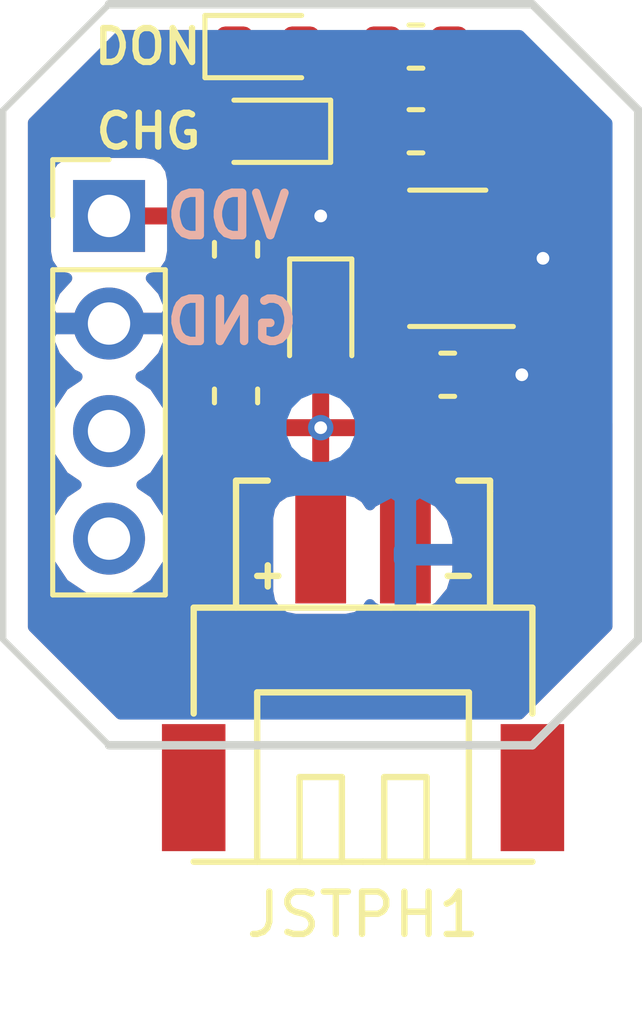
<source format=kicad_pcb>
(kicad_pcb (version 20171130) (host pcbnew "(5.0.0-3-g5ebb6b6)")

  (general
    (thickness 1.6)
    (drawings 12)
    (tracks 40)
    (zones 0)
    (modules 11)
    (nets 10)
  )

  (page A4)
  (layers
    (0 F.Cu signal)
    (31 B.Cu signal)
    (32 B.Adhes user)
    (33 F.Adhes user)
    (34 B.Paste user)
    (35 F.Paste user)
    (36 B.SilkS user)
    (37 F.SilkS user)
    (38 B.Mask user)
    (39 F.Mask user)
    (40 Dwgs.User user)
    (41 Cmts.User user)
    (42 Eco1.User user)
    (43 Eco2.User user)
    (44 Edge.Cuts user)
    (45 Margin user)
    (46 B.CrtYd user)
    (47 F.CrtYd user)
    (48 B.Fab user)
    (49 F.Fab user)
  )

  (setup
    (last_trace_width 0.4)
    (user_trace_width 0.4)
    (trace_clearance 0.254)
    (zone_clearance 0.508)
    (zone_45_only no)
    (trace_min 0.2)
    (segment_width 0.2)
    (edge_width 0.15)
    (via_size 0.6)
    (via_drill 0.3)
    (via_min_size 0.4)
    (via_min_drill 0.3)
    (uvia_size 0.3)
    (uvia_drill 0.1)
    (uvias_allowed no)
    (uvia_min_size 0.2)
    (uvia_min_drill 0.1)
    (pcb_text_width 0.3)
    (pcb_text_size 1.5 1.5)
    (mod_edge_width 0.15)
    (mod_text_size 1 1)
    (mod_text_width 0.15)
    (pad_size 1.524 1.524)
    (pad_drill 0.762)
    (pad_to_mask_clearance 0.2)
    (aux_axis_origin 0 0)
    (visible_elements FFFFFF7F)
    (pcbplotparams
      (layerselection 0x010fc_ffffffff)
      (usegerberextensions false)
      (usegerberattributes false)
      (usegerberadvancedattributes false)
      (creategerberjobfile false)
      (excludeedgelayer true)
      (linewidth 0.100000)
      (plotframeref false)
      (viasonmask false)
      (mode 1)
      (useauxorigin false)
      (hpglpennumber 1)
      (hpglpenspeed 20)
      (hpglpendiameter 15.000000)
      (psnegative false)
      (psa4output false)
      (plotreference true)
      (plotvalue true)
      (plotinvisibletext false)
      (padsonsilk false)
      (subtractmaskfromsilk false)
      (outputformat 1)
      (mirror false)
      (drillshape 1)
      (scaleselection 1)
      (outputdirectory ""))
  )

  (net 0 "")
  (net 1 GND)
  (net 2 VDD)
  (net 3 VBAT)
  (net 4 RX)
  (net 5 TX)
  (net 6 STAT)
  (net 7 PROG)
  (net 8 "Net-(D2-Pad1)")
  (net 9 "Net-(D3-Pad2)")

  (net_class Default "This is the default net class."
    (clearance 0.254)
    (trace_width 0.254)
    (via_dia 0.6)
    (via_drill 0.3)
    (uvia_dia 0.3)
    (uvia_drill 0.1)
    (add_net GND)
    (add_net "Net-(D2-Pad1)")
    (add_net "Net-(D3-Pad2)")
    (add_net PROG)
    (add_net RX)
    (add_net STAT)
    (add_net TX)
    (add_net VBAT)
    (add_net VDD)
  )

  (module Capacitor_SMD:C_0603_1608Metric (layer F.Cu) (tedit 5E4B8CCF) (tstamp 5E4B89DA)
    (at 103 100.7875 90)
    (descr "Capacitor SMD 0603 (1608 Metric), square (rectangular) end terminal, IPC_7351 nominal, (Body size source: http://www.tortai-tech.com/upload/download/2011102023233369053.pdf), generated with kicad-footprint-generator")
    (tags capacitor)
    (path /5E4B72EC)
    (attr smd)
    (fp_text reference C1 (at -2.4625 0 270) (layer F.SilkS) hide
      (effects (font (size 1 1) (thickness 0.15)))
    )
    (fp_text value 10uF (at 0 1.43 90) (layer F.Fab) hide
      (effects (font (size 1 1) (thickness 0.15)))
    )
    (fp_line (start -0.8 0.4) (end -0.8 -0.4) (layer F.Fab) (width 0.1))
    (fp_line (start -0.8 -0.4) (end 0.8 -0.4) (layer F.Fab) (width 0.1))
    (fp_line (start 0.8 -0.4) (end 0.8 0.4) (layer F.Fab) (width 0.1))
    (fp_line (start 0.8 0.4) (end -0.8 0.4) (layer F.Fab) (width 0.1))
    (fp_line (start -0.162779 -0.51) (end 0.162779 -0.51) (layer F.SilkS) (width 0.12))
    (fp_line (start -0.162779 0.51) (end 0.162779 0.51) (layer F.SilkS) (width 0.12))
    (fp_line (start -1.48 0.73) (end -1.48 -0.73) (layer F.CrtYd) (width 0.05))
    (fp_line (start -1.48 -0.73) (end 1.48 -0.73) (layer F.CrtYd) (width 0.05))
    (fp_line (start 1.48 -0.73) (end 1.48 0.73) (layer F.CrtYd) (width 0.05))
    (fp_line (start 1.48 0.73) (end -1.48 0.73) (layer F.CrtYd) (width 0.05))
    (fp_text user %R (at 0 0 90) (layer F.Fab)
      (effects (font (size 0.4 0.4) (thickness 0.06)))
    )
    (pad 1 smd roundrect (at -0.7875 0 90) (size 0.875 0.95) (layers F.Cu F.Paste F.Mask) (roundrect_rratio 0.25)
      (net 1 GND))
    (pad 2 smd roundrect (at 0.7875 0 90) (size 0.875 0.95) (layers F.Cu F.Paste F.Mask) (roundrect_rratio 0.25)
      (net 2 VDD))
    (model ${KISYS3DMOD}/Capacitor_SMD.3dshapes/C_0603_1608Metric.wrl
      (at (xyz 0 0 0))
      (scale (xyz 1 1 1))
      (rotate (xyz 0 0 0))
    )
  )

  (module Capacitor_SMD:C_0603_1608Metric (layer F.Cu) (tedit 5E4B8CC5) (tstamp 5E4B99A4)
    (at 103 104.25 90)
    (descr "Capacitor SMD 0603 (1608 Metric), square (rectangular) end terminal, IPC_7351 nominal, (Body size source: http://www.tortai-tech.com/upload/download/2011102023233369053.pdf), generated with kicad-footprint-generator")
    (tags capacitor)
    (path /5E4B7CFC)
    (attr smd)
    (fp_text reference C2 (at 0 -1.43 90) (layer F.SilkS) hide
      (effects (font (size 1 1) (thickness 0.15)))
    )
    (fp_text value 10uF (at 0 1.43 90) (layer F.Fab) hide
      (effects (font (size 1 1) (thickness 0.15)))
    )
    (fp_text user %R (at 0 0 90) (layer F.Fab)
      (effects (font (size 0.4 0.4) (thickness 0.06)))
    )
    (fp_line (start 1.48 0.73) (end -1.48 0.73) (layer F.CrtYd) (width 0.05))
    (fp_line (start 1.48 -0.73) (end 1.48 0.73) (layer F.CrtYd) (width 0.05))
    (fp_line (start -1.48 -0.73) (end 1.48 -0.73) (layer F.CrtYd) (width 0.05))
    (fp_line (start -1.48 0.73) (end -1.48 -0.73) (layer F.CrtYd) (width 0.05))
    (fp_line (start -0.162779 0.51) (end 0.162779 0.51) (layer F.SilkS) (width 0.12))
    (fp_line (start -0.162779 -0.51) (end 0.162779 -0.51) (layer F.SilkS) (width 0.12))
    (fp_line (start 0.8 0.4) (end -0.8 0.4) (layer F.Fab) (width 0.1))
    (fp_line (start 0.8 -0.4) (end 0.8 0.4) (layer F.Fab) (width 0.1))
    (fp_line (start -0.8 -0.4) (end 0.8 -0.4) (layer F.Fab) (width 0.1))
    (fp_line (start -0.8 0.4) (end -0.8 -0.4) (layer F.Fab) (width 0.1))
    (pad 2 smd roundrect (at 0.7875 0 90) (size 0.875 0.95) (layers F.Cu F.Paste F.Mask) (roundrect_rratio 0.25)
      (net 1 GND))
    (pad 1 smd roundrect (at -0.7875 0 90) (size 0.875 0.95) (layers F.Cu F.Paste F.Mask) (roundrect_rratio 0.25)
      (net 3 VBAT))
    (model ${KISYS3DMOD}/Capacitor_SMD.3dshapes/C_0603_1608Metric.wrl
      (at (xyz 0 0 0))
      (scale (xyz 1 1 1))
      (rotate (xyz 0 0 0))
    )
  )

  (module Package_TO_SOT_SMD:SOT-23-5 (layer F.Cu) (tedit 5E4B8CBD) (tstamp 5E57AB9A)
    (at 108 101 180)
    (descr "5-pin SOT23 package")
    (tags SOT-23-5)
    (path /5E4B705D)
    (attr smd)
    (fp_text reference CGU1 (at 0 -2.9 180) (layer F.SilkS) hide
      (effects (font (size 1 1) (thickness 0.15)))
    )
    (fp_text value MCP73831-2-OT (at 0 2.9 180) (layer F.Fab) hide
      (effects (font (size 1 1) (thickness 0.15)))
    )
    (fp_text user %R (at 0 0 270) (layer F.Fab)
      (effects (font (size 0.5 0.5) (thickness 0.075)))
    )
    (fp_line (start -0.9 1.61) (end 0.9 1.61) (layer F.SilkS) (width 0.12))
    (fp_line (start 0.9 -1.61) (end -1.55 -1.61) (layer F.SilkS) (width 0.12))
    (fp_line (start -1.9 -1.8) (end 1.9 -1.8) (layer F.CrtYd) (width 0.05))
    (fp_line (start 1.9 -1.8) (end 1.9 1.8) (layer F.CrtYd) (width 0.05))
    (fp_line (start 1.9 1.8) (end -1.9 1.8) (layer F.CrtYd) (width 0.05))
    (fp_line (start -1.9 1.8) (end -1.9 -1.8) (layer F.CrtYd) (width 0.05))
    (fp_line (start -0.9 -0.9) (end -0.25 -1.55) (layer F.Fab) (width 0.1))
    (fp_line (start 0.9 -1.55) (end -0.25 -1.55) (layer F.Fab) (width 0.1))
    (fp_line (start -0.9 -0.9) (end -0.9 1.55) (layer F.Fab) (width 0.1))
    (fp_line (start 0.9 1.55) (end -0.9 1.55) (layer F.Fab) (width 0.1))
    (fp_line (start 0.9 -1.55) (end 0.9 1.55) (layer F.Fab) (width 0.1))
    (pad 1 smd rect (at -1.1 -0.95 180) (size 1.06 0.65) (layers F.Cu F.Paste F.Mask)
      (net 6 STAT))
    (pad 2 smd rect (at -1.1 0 180) (size 1.06 0.65) (layers F.Cu F.Paste F.Mask)
      (net 1 GND))
    (pad 3 smd rect (at -1.1 0.95 180) (size 1.06 0.65) (layers F.Cu F.Paste F.Mask)
      (net 3 VBAT))
    (pad 4 smd rect (at 1.1 0.95 180) (size 1.06 0.65) (layers F.Cu F.Paste F.Mask)
      (net 2 VDD))
    (pad 5 smd rect (at 1.1 -0.95 180) (size 1.06 0.65) (layers F.Cu F.Paste F.Mask)
      (net 7 PROG))
    (model ${KISYS3DMOD}/Package_TO_SOT_SMD.3dshapes/SOT-23-5.wrl
      (at (xyz 0 0 0))
      (scale (xyz 1 1 1))
      (rotate (xyz 0 0 0))
    )
  )

  (module LED_SMD:LED_0603_1608Metric (layer F.Cu) (tedit 5E4B8832) (tstamp 5E4BEDF3)
    (at 103.75 98 180)
    (descr "LED SMD 0603 (1608 Metric), square (rectangular) end terminal, IPC_7351 nominal, (Body size source: http://www.tortai-tech.com/upload/download/2011102023233369053.pdf), generated with kicad-footprint-generator")
    (tags diode)
    (path /5E4B8767)
    (attr smd)
    (fp_text reference D2 (at 0 -1.43 180) (layer F.SilkS) hide
      (effects (font (size 1 1) (thickness 0.15)))
    )
    (fp_text value CHG (at -3.5 0 180) (layer F.Fab) hide
      (effects (font (size 1 1) (thickness 0.15)))
    )
    (fp_text user %R (at 0 0 180) (layer F.Fab)
      (effects (font (size 0.4 0.4) (thickness 0.06)))
    )
    (fp_line (start 1.48 0.73) (end -1.48 0.73) (layer F.CrtYd) (width 0.05))
    (fp_line (start 1.48 -0.73) (end 1.48 0.73) (layer F.CrtYd) (width 0.05))
    (fp_line (start -1.48 -0.73) (end 1.48 -0.73) (layer F.CrtYd) (width 0.05))
    (fp_line (start -1.48 0.73) (end -1.48 -0.73) (layer F.CrtYd) (width 0.05))
    (fp_line (start -1.485 0.735) (end 0.8 0.735) (layer F.SilkS) (width 0.12))
    (fp_line (start -1.485 -0.735) (end -1.485 0.735) (layer F.SilkS) (width 0.12))
    (fp_line (start 0.8 -0.735) (end -1.485 -0.735) (layer F.SilkS) (width 0.12))
    (fp_line (start 0.8 0.4) (end 0.8 -0.4) (layer F.Fab) (width 0.1))
    (fp_line (start -0.8 0.4) (end 0.8 0.4) (layer F.Fab) (width 0.1))
    (fp_line (start -0.8 -0.1) (end -0.8 0.4) (layer F.Fab) (width 0.1))
    (fp_line (start -0.5 -0.4) (end -0.8 -0.1) (layer F.Fab) (width 0.1))
    (fp_line (start 0.8 -0.4) (end -0.5 -0.4) (layer F.Fab) (width 0.1))
    (pad 2 smd roundrect (at 0.7875 0 180) (size 0.875 0.95) (layers F.Cu F.Paste F.Mask) (roundrect_rratio 0.25)
      (net 2 VDD))
    (pad 1 smd roundrect (at -0.7875 0 180) (size 0.875 0.95) (layers F.Cu F.Paste F.Mask) (roundrect_rratio 0.25)
      (net 8 "Net-(D2-Pad1)"))
    (model ${KISYS3DMOD}/LED_SMD.3dshapes/LED_0603_1608Metric.wrl
      (at (xyz 0 0 0))
      (scale (xyz 1 1 1))
      (rotate (xyz 0 0 0))
    )
  )

  (module Connector_PinHeader_2.54mm:PinHeader_1x04_P2.54mm_Vertical (layer F.Cu) (tedit 5E4B85BA) (tstamp 5E57ABD8)
    (at 100 100)
    (descr "Through hole straight pin header, 1x04, 2.54mm pitch, single row")
    (tags "Through hole pin header THT 1x04 2.54mm single row")
    (path /5E4B7A25)
    (fp_text reference J1 (at 0 -2.33) (layer F.SilkS) hide
      (effects (font (size 1 1) (thickness 0.15)))
    )
    (fp_text value Conn_01x04 (at 0 9.95) (layer F.Fab) hide
      (effects (font (size 1 1) (thickness 0.15)))
    )
    (fp_line (start -0.635 -1.27) (end 1.27 -1.27) (layer F.Fab) (width 0.1))
    (fp_line (start 1.27 -1.27) (end 1.27 8.89) (layer F.Fab) (width 0.1))
    (fp_line (start 1.27 8.89) (end -1.27 8.89) (layer F.Fab) (width 0.1))
    (fp_line (start -1.27 8.89) (end -1.27 -0.635) (layer F.Fab) (width 0.1))
    (fp_line (start -1.27 -0.635) (end -0.635 -1.27) (layer F.Fab) (width 0.1))
    (fp_line (start -1.33 8.95) (end 1.33 8.95) (layer F.SilkS) (width 0.12))
    (fp_line (start -1.33 1.27) (end -1.33 8.95) (layer F.SilkS) (width 0.12))
    (fp_line (start 1.33 1.27) (end 1.33 8.95) (layer F.SilkS) (width 0.12))
    (fp_line (start -1.33 1.27) (end 1.33 1.27) (layer F.SilkS) (width 0.12))
    (fp_line (start -1.33 0) (end -1.33 -1.33) (layer F.SilkS) (width 0.12))
    (fp_line (start -1.33 -1.33) (end 0 -1.33) (layer F.SilkS) (width 0.12))
    (fp_line (start -1.8 -1.8) (end -1.8 9.4) (layer F.CrtYd) (width 0.05))
    (fp_line (start -1.8 9.4) (end 1.8 9.4) (layer F.CrtYd) (width 0.05))
    (fp_line (start 1.8 9.4) (end 1.8 -1.8) (layer F.CrtYd) (width 0.05))
    (fp_line (start 1.8 -1.8) (end -1.8 -1.8) (layer F.CrtYd) (width 0.05))
    (fp_text user %R (at 0 3.81 90) (layer F.Fab)
      (effects (font (size 1 1) (thickness 0.15)))
    )
    (pad 1 thru_hole rect (at 0 0) (size 1.7 1.7) (drill 1) (layers *.Cu *.Mask)
      (net 2 VDD))
    (pad 2 thru_hole oval (at 0 2.54) (size 1.7 1.7) (drill 1) (layers *.Cu *.Mask)
      (net 1 GND))
    (pad 3 thru_hole oval (at 0 5.08) (size 1.7 1.7) (drill 1) (layers *.Cu *.Mask)
      (net 4 RX))
    (pad 4 thru_hole oval (at 0 7.62) (size 1.7 1.7) (drill 1) (layers *.Cu *.Mask)
      (net 5 TX))
    (model ${KISYS3DMOD}/Connector_PinHeader_2.54mm.3dshapes/PinHeader_1x04_P2.54mm_Vertical.wrl
      (at (xyz 0 0 0))
      (scale (xyz 1 1 1))
      (rotate (xyz 0 0 0))
    )
  )

  (module Resistor_SMD:R_0603_1608Metric (layer F.Cu) (tedit 5E4B8AF6) (tstamp 5E57AC18)
    (at 107.25 98 180)
    (descr "Resistor SMD 0603 (1608 Metric), square (rectangular) end terminal, IPC_7351 nominal, (Body size source: http://www.tortai-tech.com/upload/download/2011102023233369053.pdf), generated with kicad-footprint-generator")
    (tags resistor)
    (path /5E4B896E)
    (attr smd)
    (fp_text reference R2 (at -2.5 0 180) (layer F.SilkS) hide
      (effects (font (size 1 1) (thickness 0.15)))
    )
    (fp_text value 1k (at 0 1.43 180) (layer F.Fab) hide
      (effects (font (size 1 1) (thickness 0.15)))
    )
    (fp_line (start -0.8 0.4) (end -0.8 -0.4) (layer F.Fab) (width 0.1))
    (fp_line (start -0.8 -0.4) (end 0.8 -0.4) (layer F.Fab) (width 0.1))
    (fp_line (start 0.8 -0.4) (end 0.8 0.4) (layer F.Fab) (width 0.1))
    (fp_line (start 0.8 0.4) (end -0.8 0.4) (layer F.Fab) (width 0.1))
    (fp_line (start -0.162779 -0.51) (end 0.162779 -0.51) (layer F.SilkS) (width 0.12))
    (fp_line (start -0.162779 0.51) (end 0.162779 0.51) (layer F.SilkS) (width 0.12))
    (fp_line (start -1.48 0.73) (end -1.48 -0.73) (layer F.CrtYd) (width 0.05))
    (fp_line (start -1.48 -0.73) (end 1.48 -0.73) (layer F.CrtYd) (width 0.05))
    (fp_line (start 1.48 -0.73) (end 1.48 0.73) (layer F.CrtYd) (width 0.05))
    (fp_line (start 1.48 0.73) (end -1.48 0.73) (layer F.CrtYd) (width 0.05))
    (fp_text user %R (at 0 0 180) (layer F.Fab)
      (effects (font (size 0.4 0.4) (thickness 0.06)))
    )
    (pad 1 smd roundrect (at -0.7875 0 180) (size 0.875 0.95) (layers F.Cu F.Paste F.Mask) (roundrect_rratio 0.25)
      (net 6 STAT))
    (pad 2 smd roundrect (at 0.7875 0 180) (size 0.875 0.95) (layers F.Cu F.Paste F.Mask) (roundrect_rratio 0.25)
      (net 8 "Net-(D2-Pad1)"))
    (model ${KISYS3DMOD}/Resistor_SMD.3dshapes/R_0603_1608Metric.wrl
      (at (xyz 0 0 0))
      (scale (xyz 1 1 1))
      (rotate (xyz 0 0 0))
    )
  )

  (module Resistor_SMD:R_0603_1608Metric (layer F.Cu) (tedit 5E4B8AEF) (tstamp 5E57AC29)
    (at 107.25 96 180)
    (descr "Resistor SMD 0603 (1608 Metric), square (rectangular) end terminal, IPC_7351 nominal, (Body size source: http://www.tortai-tech.com/upload/download/2011102023233369053.pdf), generated with kicad-footprint-generator")
    (tags resistor)
    (path /5E4B915B)
    (attr smd)
    (fp_text reference R3 (at -2.5 0 180) (layer F.SilkS) hide
      (effects (font (size 1 1) (thickness 0.15)))
    )
    (fp_text value 1k (at 0 1.43 180) (layer F.Fab) hide
      (effects (font (size 1 1) (thickness 0.15)))
    )
    (fp_text user %R (at 0 0 180) (layer F.Fab)
      (effects (font (size 0.4 0.4) (thickness 0.06)))
    )
    (fp_line (start 1.48 0.73) (end -1.48 0.73) (layer F.CrtYd) (width 0.05))
    (fp_line (start 1.48 -0.73) (end 1.48 0.73) (layer F.CrtYd) (width 0.05))
    (fp_line (start -1.48 -0.73) (end 1.48 -0.73) (layer F.CrtYd) (width 0.05))
    (fp_line (start -1.48 0.73) (end -1.48 -0.73) (layer F.CrtYd) (width 0.05))
    (fp_line (start -0.162779 0.51) (end 0.162779 0.51) (layer F.SilkS) (width 0.12))
    (fp_line (start -0.162779 -0.51) (end 0.162779 -0.51) (layer F.SilkS) (width 0.12))
    (fp_line (start 0.8 0.4) (end -0.8 0.4) (layer F.Fab) (width 0.1))
    (fp_line (start 0.8 -0.4) (end 0.8 0.4) (layer F.Fab) (width 0.1))
    (fp_line (start -0.8 -0.4) (end 0.8 -0.4) (layer F.Fab) (width 0.1))
    (fp_line (start -0.8 0.4) (end -0.8 -0.4) (layer F.Fab) (width 0.1))
    (pad 2 smd roundrect (at 0.7875 0 180) (size 0.875 0.95) (layers F.Cu F.Paste F.Mask) (roundrect_rratio 0.25)
      (net 9 "Net-(D3-Pad2)"))
    (pad 1 smd roundrect (at -0.7875 0 180) (size 0.875 0.95) (layers F.Cu F.Paste F.Mask) (roundrect_rratio 0.25)
      (net 6 STAT))
    (model ${KISYS3DMOD}/Resistor_SMD.3dshapes/R_0603_1608Metric.wrl
      (at (xyz 0 0 0))
      (scale (xyz 1 1 1))
      (rotate (xyz 0 0 0))
    )
  )

  (module Resistor_SMD:R_0603_1608Metric (layer F.Cu) (tedit 5E4B8C5B) (tstamp 5E57AC3A)
    (at 108 103.75 180)
    (descr "Resistor SMD 0603 (1608 Metric), square (rectangular) end terminal, IPC_7351 nominal, (Body size source: http://www.tortai-tech.com/upload/download/2011102023233369053.pdf), generated with kicad-footprint-generator")
    (tags resistor)
    (path /5E4BA9FB)
    (attr smd)
    (fp_text reference RREF1 (at -3.75 0 180) (layer F.SilkS) hide
      (effects (font (size 1 1) (thickness 0.15)))
    )
    (fp_text value 5k (at 2.5 0) (layer F.Fab)
      (effects (font (size 1 1) (thickness 0.15)))
    )
    (fp_line (start -0.8 0.4) (end -0.8 -0.4) (layer F.Fab) (width 0.1))
    (fp_line (start -0.8 -0.4) (end 0.8 -0.4) (layer F.Fab) (width 0.1))
    (fp_line (start 0.8 -0.4) (end 0.8 0.4) (layer F.Fab) (width 0.1))
    (fp_line (start 0.8 0.4) (end -0.8 0.4) (layer F.Fab) (width 0.1))
    (fp_line (start -0.162779 -0.51) (end 0.162779 -0.51) (layer F.SilkS) (width 0.12))
    (fp_line (start -0.162779 0.51) (end 0.162779 0.51) (layer F.SilkS) (width 0.12))
    (fp_line (start -1.48 0.73) (end -1.48 -0.73) (layer F.CrtYd) (width 0.05))
    (fp_line (start -1.48 -0.73) (end 1.48 -0.73) (layer F.CrtYd) (width 0.05))
    (fp_line (start 1.48 -0.73) (end 1.48 0.73) (layer F.CrtYd) (width 0.05))
    (fp_line (start 1.48 0.73) (end -1.48 0.73) (layer F.CrtYd) (width 0.05))
    (fp_text user %R (at 0 0 180) (layer F.Fab)
      (effects (font (size 0.4 0.4) (thickness 0.06)))
    )
    (pad 1 smd roundrect (at -0.7875 0 180) (size 0.875 0.95) (layers F.Cu F.Paste F.Mask) (roundrect_rratio 0.25)
      (net 1 GND))
    (pad 2 smd roundrect (at 0.7875 0 180) (size 0.875 0.95) (layers F.Cu F.Paste F.Mask) (roundrect_rratio 0.25)
      (net 7 PROG))
    (model ${KISYS3DMOD}/Resistor_SMD.3dshapes/R_0603_1608Metric.wrl
      (at (xyz 0 0 0))
      (scale (xyz 1 1 1))
      (rotate (xyz 0 0 0))
    )
  )

  (module Diode_SMD:D_0603_1608Metric (layer F.Cu) (tedit 5E4B9FE9) (tstamp 5E57EA46)
    (at 105 102.5 270)
    (descr "Diode SMD 0603 (1608 Metric), square (rectangular) end terminal, IPC_7351 nominal, (Body size source: http://www.tortai-tech.com/upload/download/2011102023233369053.pdf), generated with kicad-footprint-generator")
    (tags diode)
    (path /5E4BA0EB)
    (attr smd)
    (fp_text reference D1 (at 0 -1.43 270) (layer F.SilkS) hide
      (effects (font (size 1 1) (thickness 0.15)))
    )
    (fp_text value D (at 0 1.43 270) (layer F.Fab) hide
      (effects (font (size 1 1) (thickness 0.15)))
    )
    (fp_text user %R (at 0 0 270) (layer F.Fab)
      (effects (font (size 0.4 0.4) (thickness 0.06)))
    )
    (fp_line (start 1.48 0.73) (end -1.48 0.73) (layer F.CrtYd) (width 0.05))
    (fp_line (start 1.48 -0.73) (end 1.48 0.73) (layer F.CrtYd) (width 0.05))
    (fp_line (start -1.48 -0.73) (end 1.48 -0.73) (layer F.CrtYd) (width 0.05))
    (fp_line (start -1.48 0.73) (end -1.48 -0.73) (layer F.CrtYd) (width 0.05))
    (fp_line (start -1.485 0.735) (end 0.8 0.735) (layer F.SilkS) (width 0.12))
    (fp_line (start -1.485 -0.735) (end -1.485 0.735) (layer F.SilkS) (width 0.12))
    (fp_line (start 0.8 -0.735) (end -1.485 -0.735) (layer F.SilkS) (width 0.12))
    (fp_line (start 0.8 0.4) (end 0.8 -0.4) (layer F.Fab) (width 0.1))
    (fp_line (start -0.8 0.4) (end 0.8 0.4) (layer F.Fab) (width 0.1))
    (fp_line (start -0.8 -0.1) (end -0.8 0.4) (layer F.Fab) (width 0.1))
    (fp_line (start -0.5 -0.4) (end -0.8 -0.1) (layer F.Fab) (width 0.1))
    (fp_line (start 0.8 -0.4) (end -0.5 -0.4) (layer F.Fab) (width 0.1))
    (pad 2 smd roundrect (at 0.7875 0 270) (size 0.875 0.95) (layers F.Cu F.Paste F.Mask) (roundrect_rratio 0.25)
      (net 3 VBAT))
    (pad 1 smd roundrect (at -0.7875 0 270) (size 0.875 0.95) (layers F.Cu F.Paste F.Mask) (roundrect_rratio 0.25)
      (net 2 VDD))
    (model ${KISYS3DMOD}/Diode_SMD.3dshapes/D_0603_1608Metric.wrl
      (at (xyz 0 0 0))
      (scale (xyz 1 1 1))
      (rotate (xyz 0 0 0))
    )
  )

  (module LED_SMD:LED_0603_1608Metric (layer F.Cu) (tedit 5E4B9FD7) (tstamp 5E57DB55)
    (at 103.75 96)
    (descr "LED SMD 0603 (1608 Metric), square (rectangular) end terminal, IPC_7351 nominal, (Body size source: http://www.tortai-tech.com/upload/download/2011102023233369053.pdf), generated with kicad-footprint-generator")
    (tags diode)
    (path /5E4B9154)
    (attr smd)
    (fp_text reference D3 (at 0 -1.43) (layer F.SilkS) hide
      (effects (font (size 1 1) (thickness 0.15)))
    )
    (fp_text value DONE (at 0 1.43) (layer F.Fab) hide
      (effects (font (size 1 1) (thickness 0.15)))
    )
    (fp_line (start 0.8 -0.4) (end -0.5 -0.4) (layer F.Fab) (width 0.1))
    (fp_line (start -0.5 -0.4) (end -0.8 -0.1) (layer F.Fab) (width 0.1))
    (fp_line (start -0.8 -0.1) (end -0.8 0.4) (layer F.Fab) (width 0.1))
    (fp_line (start -0.8 0.4) (end 0.8 0.4) (layer F.Fab) (width 0.1))
    (fp_line (start 0.8 0.4) (end 0.8 -0.4) (layer F.Fab) (width 0.1))
    (fp_line (start 0.8 -0.735) (end -1.485 -0.735) (layer F.SilkS) (width 0.12))
    (fp_line (start -1.485 -0.735) (end -1.485 0.735) (layer F.SilkS) (width 0.12))
    (fp_line (start -1.485 0.735) (end 0.8 0.735) (layer F.SilkS) (width 0.12))
    (fp_line (start -1.48 0.73) (end -1.48 -0.73) (layer F.CrtYd) (width 0.05))
    (fp_line (start -1.48 -0.73) (end 1.48 -0.73) (layer F.CrtYd) (width 0.05))
    (fp_line (start 1.48 -0.73) (end 1.48 0.73) (layer F.CrtYd) (width 0.05))
    (fp_line (start 1.48 0.73) (end -1.48 0.73) (layer F.CrtYd) (width 0.05))
    (fp_text user %R (at 0 0) (layer F.Fab)
      (effects (font (size 0.4 0.4) (thickness 0.06)))
    )
    (pad 1 smd roundrect (at -0.7875 0) (size 0.875 0.95) (layers F.Cu F.Paste F.Mask) (roundrect_rratio 0.25)
      (net 1 GND))
    (pad 2 smd roundrect (at 0.7875 0) (size 0.875 0.95) (layers F.Cu F.Paste F.Mask) (roundrect_rratio 0.25)
      (net 9 "Net-(D3-Pad2)"))
    (model ${KISYS3DMOD}/LED_SMD.3dshapes/LED_0603_1608Metric.wrl
      (at (xyz 0 0 0))
      (scale (xyz 1 1 1))
      (rotate (xyz 0 0 0))
    )
  )

  (module "Custom_Footprint_Library:JST Lipo Header (S2B-PH-SM4-TB)" (layer F.Cu) (tedit 5E4C0E5B) (tstamp 5E93C991)
    (at 106 112.25)
    (path /5E4B78CE)
    (fp_text reference JSTPH1 (at 0 4.25) (layer F.SilkS)
      (effects (font (size 1 1) (thickness 0.15)))
    )
    (fp_text value Conn_01x02 (at 0 6) (layer F.Fab)
      (effects (font (size 1 1) (thickness 0.15)))
    )
    (fp_line (start 0 3) (end -4 3) (layer F.SilkS) (width 0.15))
    (fp_line (start 0 3) (end 4 3) (layer F.SilkS) (width 0.15))
    (fp_line (start -4 -3) (end 4 -3) (layer F.SilkS) (width 0.15))
    (fp_line (start -3 -3) (end -3 -5.75) (layer F.SilkS) (width 0.15))
    (fp_line (start 3 -3) (end 3 -5.75) (layer F.SilkS) (width 0.15))
    (fp_line (start -2.5 -3.75) (end -2 -3.75) (layer F.SilkS) (width 0.15))
    (fp_line (start -2.25 -4) (end -2.25 -3.5) (layer F.SilkS) (width 0.15))
    (fp_line (start 2 -3.75) (end 2.5 -3.75) (layer F.SilkS) (width 0.15))
    (fp_line (start -3 -5.75) (end -3 -6) (layer F.SilkS) (width 0.15))
    (fp_line (start -3 -6) (end -2.25 -6) (layer F.SilkS) (width 0.15))
    (fp_line (start 3 -5.75) (end 3 -6) (layer F.SilkS) (width 0.15))
    (fp_line (start 3 -6) (end 2.25 -6) (layer F.SilkS) (width 0.15))
    (fp_line (start -1.5 3) (end -1.5 1) (layer F.SilkS) (width 0.15))
    (fp_line (start -1.5 1) (end -0.5 1) (layer F.SilkS) (width 0.15))
    (fp_line (start -0.5 1) (end -0.5 3) (layer F.SilkS) (width 0.15))
    (fp_line (start 0.5 3) (end 0.5 1) (layer F.SilkS) (width 0.15))
    (fp_line (start 0.5 1) (end 1.5 1) (layer F.SilkS) (width 0.15))
    (fp_line (start 1.5 1) (end 1.5 3) (layer F.SilkS) (width 0.15))
    (fp_line (start -2.5 3) (end -2.5 -1) (layer F.SilkS) (width 0.15))
    (fp_line (start -2.5 -1) (end 2.5 -1) (layer F.SilkS) (width 0.15))
    (fp_line (start 2.5 -1) (end 2.5 3) (layer F.SilkS) (width 0.15))
    (fp_line (start 4 -3) (end 4 -0.5) (layer F.SilkS) (width 0.15))
    (fp_line (start -4 -3) (end -4 -0.5) (layer F.SilkS) (width 0.15))
    (pad 1 smd rect (at -1 -4.5) (size 1.2 2.8) (layers F.Cu F.Paste F.Mask)
      (net 3 VBAT))
    (pad 2 smd rect (at 1 -4.5) (size 1.2 2.8) (layers F.Cu F.Paste F.Mask)
      (net 1 GND))
    (pad "" connect rect (at -4 1.25) (size 1.5 3) (layers F.Cu F.Mask))
    (pad "" connect rect (at 4 1.25) (size 1.5 3) (layers F.Cu F.Mask))
  )

  (gr_line (start 110 112.5) (end 100 112.5) (layer Edge.Cuts) (width 0.2))
  (gr_line (start 112.5 110) (end 110 112.5) (layer Edge.Cuts) (width 0.2))
  (gr_line (start 112.5 97.5) (end 112.5 110) (layer Edge.Cuts) (width 0.2))
  (gr_line (start 110 95) (end 112.5 97.5) (layer Edge.Cuts) (width 0.2))
  (gr_line (start 100 95) (end 110 95) (layer Edge.Cuts) (width 0.2))
  (gr_line (start 97.5 110) (end 100 112.5) (layer Edge.Cuts) (width 0.15))
  (gr_line (start 97.5 97.5) (end 97.5 110) (layer Edge.Cuts) (width 0.15))
  (gr_line (start 100 95) (end 97.5 97.5) (layer Edge.Cuts) (width 0.15))
  (gr_text GND (at 101.25 102.5) (layer B.SilkS) (tstamp 5E4B923D)
    (effects (font (size 1 1) (thickness 0.2)) (justify right mirror))
  )
  (gr_text VDD (at 101.25 100) (layer B.SilkS) (tstamp 5E4B9347)
    (effects (font (size 1 1) (thickness 0.2)) (justify right mirror))
  )
  (gr_text CHG (at 102.25 98) (layer F.SilkS) (tstamp 5E4B9BB6)
    (effects (font (size 0.8 0.8) (thickness 0.15)) (justify right))
  )
  (gr_text DON (at 102.25 96) (layer F.SilkS)
    (effects (font (size 0.8 0.8) (thickness 0.15)) (justify right))
  )

  (segment (start 109.15 101) (end 109.1 101.05) (width 0.4) (layer F.Cu) (net 1))
  (segment (start 109.1 101) (end 110.25 101) (width 0.254) (layer F.Cu) (net 1))
  (segment (start 109.924264 101) (end 110.25 101) (width 0.254) (layer F.Cu) (net 1))
  (segment (start 110.25 101) (end 109.924264 101) (width 0.254) (layer F.Cu) (net 1) (tstamp 5E4B95E2))
  (via (at 110.25 101) (size 0.6) (drill 0.3) (layers F.Cu B.Cu) (net 1))
  (segment (start 108.7875 103.75) (end 109.75 103.75) (width 0.254) (layer F.Cu) (net 1))
  (segment (start 109.75 103.75) (end 109.75 103.75) (width 0.254) (layer F.Cu) (net 1) (tstamp 5E57ED41))
  (via (at 109.75 103.75) (size 0.6) (drill 0.3) (layers F.Cu B.Cu) (net 1))
  (segment (start 100.0125 99.9875) (end 100 100) (width 0.254) (layer F.Cu) (net 2))
  (segment (start 102.9 98.0125) (end 102.9125 98) (width 0.254) (layer F.Cu) (net 2))
  (segment (start 100 100) (end 103 100) (width 0.4) (layer F.Cu) (net 2))
  (segment (start 102.9625 99.9625) (end 103 100) (width 0.4) (layer F.Cu) (net 2))
  (segment (start 102.9625 98) (end 102.9625 99.9625) (width 0.4) (layer F.Cu) (net 2))
  (segment (start 106.85 100) (end 106.9 100.05) (width 0.4) (layer F.Cu) (net 2))
  (segment (start 103 100) (end 105 100) (width 0.4) (layer F.Cu) (net 2))
  (segment (start 105 100) (end 106.85 100) (width 0.4) (layer F.Cu) (net 2) (tstamp 5E4BEE18))
  (segment (start 105 101.7125) (end 105 100) (width 0.4) (layer F.Cu) (net 2))
  (segment (start 105 100) (end 105 100) (width 0.4) (layer F.Cu) (net 2) (tstamp 5E4BF164))
  (via (at 105 100) (size 0.6) (drill 0.3) (layers F.Cu B.Cu) (net 2))
  (segment (start 109.1 100.05) (end 110.55 100.05) (width 0.4) (layer F.Cu) (net 3))
  (segment (start 110.5 105) (end 109.25 105) (width 0.4) (layer F.Cu) (net 3))
  (segment (start 111.25 100.75) (end 111.25 104.25) (width 0.4) (layer F.Cu) (net 3))
  (segment (start 111.25 104.25) (end 110.5 105) (width 0.4) (layer F.Cu) (net 3))
  (segment (start 110.55 100.05) (end 111.25 100.75) (width 0.4) (layer F.Cu) (net 3))
  (segment (start 109.25 105) (end 105 105) (width 0.4) (layer F.Cu) (net 3))
  (segment (start 105 105) (end 105 105) (width 0.4) (layer F.Cu) (net 3) (tstamp 5E57EEC4))
  (via (at 105 105) (size 0.6) (drill 0.3) (layers F.Cu B.Cu) (net 3))
  (segment (start 103.0375 105) (end 103 105.0375) (width 0.4) (layer F.Cu) (net 3))
  (segment (start 105 105) (end 103.0375 105) (width 0.4) (layer F.Cu) (net 3))
  (segment (start 105 103.2875) (end 105 105) (width 0.4) (layer F.Cu) (net 3))
  (segment (start 105 107.75) (end 105 105) (width 0.4) (layer F.Cu) (net 3))
  (segment (start 108.0375 98) (end 108.0375 96) (width 0.254) (layer F.Cu) (net 6))
  (segment (start 108 98.0375) (end 108.0375 98) (width 0.254) (layer F.Cu) (net 6))
  (segment (start 108.2 101.95) (end 108 101.75) (width 0.254) (layer F.Cu) (net 6))
  (segment (start 109.1 101.95) (end 108.2 101.95) (width 0.254) (layer F.Cu) (net 6))
  (segment (start 108 101.75) (end 108 98.0375) (width 0.254) (layer F.Cu) (net 6))
  (segment (start 106.9 103.4375) (end 107.2125 103.75) (width 0.4) (layer F.Cu) (net 7))
  (segment (start 106.9 101.95) (end 106.9 103.4375) (width 0.4) (layer F.Cu) (net 7))
  (segment (start 106.4625 98) (end 104.5375 98) (width 0.254) (layer F.Cu) (net 8))
  (segment (start 104.5375 96) (end 106.4625 96) (width 0.254) (layer F.Cu) (net 9))

  (zone (net 1) (net_name GND) (layer F.Cu) (tstamp 5E4B9599) (hatch edge 0.508)
    (connect_pads (clearance 0.508))
    (min_thickness 0.254)
    (fill yes (arc_segments 16) (thermal_gap 0.508) (thermal_bridge_width 0.508))
    (polygon
      (pts
        (xy 97.5 110) (xy 100 112.5) (xy 110 112.5) (xy 112.5 110) (xy 112.5 97.5)
        (xy 110 95) (xy 100 95) (xy 97.5 97.5)
      )
    )
    (filled_polygon
      (pts
        (xy 102.04875 95.873) (xy 102.8355 95.873) (xy 102.8355 95.853) (xy 103.0895 95.853) (xy 103.0895 95.873)
        (xy 103.1095 95.873) (xy 103.1095 96.127) (xy 103.0895 96.127) (xy 103.0895 96.147) (xy 102.8355 96.147)
        (xy 102.8355 96.127) (xy 102.04875 96.127) (xy 101.89 96.28575) (xy 101.89 96.60131) (xy 101.986673 96.834699)
        (xy 102.165302 97.013327) (xy 102.253245 97.049754) (xy 102.131261 97.131261) (xy 101.943495 97.412273) (xy 101.87756 97.74375)
        (xy 101.87756 98.25625) (xy 101.943495 98.587727) (xy 102.1275 98.863111) (xy 102.127501 99.165) (xy 101.49744 99.165)
        (xy 101.49744 99.15) (xy 101.448157 98.902235) (xy 101.307809 98.692191) (xy 101.097765 98.551843) (xy 100.85 98.50256)
        (xy 99.15 98.50256) (xy 98.902235 98.551843) (xy 98.692191 98.692191) (xy 98.551843 98.902235) (xy 98.50256 99.15)
        (xy 98.50256 100.85) (xy 98.551843 101.097765) (xy 98.692191 101.307809) (xy 98.902235 101.448157) (xy 99.005708 101.468739)
        (xy 98.728355 101.773076) (xy 98.558524 102.18311) (xy 98.679845 102.413) (xy 99.873 102.413) (xy 99.873 102.393)
        (xy 100.127 102.393) (xy 100.127 102.413) (xy 101.320155 102.413) (xy 101.441476 102.18311) (xy 101.307959 101.86075)
        (xy 101.89 101.86075) (xy 101.89 102.138809) (xy 101.986673 102.372198) (xy 102.133224 102.51875) (xy 101.986673 102.665302)
        (xy 101.89 102.898691) (xy 101.89 103.17675) (xy 102.04875 103.3355) (xy 102.873 103.3355) (xy 102.873 102.54875)
        (xy 102.843 102.51875) (xy 102.873 102.48875) (xy 102.873 101.702) (xy 102.04875 101.702) (xy 101.89 101.86075)
        (xy 101.307959 101.86075) (xy 101.271645 101.773076) (xy 100.994292 101.468739) (xy 101.097765 101.448157) (xy 101.307809 101.307809)
        (xy 101.448157 101.097765) (xy 101.49744 100.85) (xy 101.49744 100.835) (xy 101.962981 100.835) (xy 101.89 101.011191)
        (xy 101.89 101.28925) (xy 102.04875 101.448) (xy 102.873 101.448) (xy 102.873 101.428) (xy 103.127 101.428)
        (xy 103.127 101.448) (xy 103.147 101.448) (xy 103.147 101.702) (xy 103.127 101.702) (xy 103.127 102.48875)
        (xy 103.157 102.51875) (xy 103.127 102.54875) (xy 103.127 103.3355) (xy 103.147 103.3355) (xy 103.147 103.5895)
        (xy 103.127 103.5895) (xy 103.127 103.6095) (xy 102.873 103.6095) (xy 102.873 103.5895) (xy 102.04875 103.5895)
        (xy 101.89 103.74825) (xy 101.89 104.026309) (xy 101.986673 104.259698) (xy 102.051943 104.324969) (xy 101.943495 104.487273)
        (xy 101.87756 104.81875) (xy 101.87756 105.25625) (xy 101.943495 105.587727) (xy 102.131261 105.868739) (xy 102.412273 106.056505)
        (xy 102.74375 106.12244) (xy 103.25625 106.12244) (xy 103.587727 106.056505) (xy 103.868739 105.868739) (xy 103.891283 105.835)
        (xy 104.165 105.835) (xy 104.165001 106.524304) (xy 104.152235 106.526843) (xy 103.942191 106.667191) (xy 103.801843 106.877235)
        (xy 103.75256 107.125) (xy 103.75256 108.875) (xy 103.801843 109.122765) (xy 103.942191 109.332809) (xy 104.152235 109.473157)
        (xy 104.4 109.52244) (xy 105.6 109.52244) (xy 105.847765 109.473157) (xy 106.057809 109.332809) (xy 106.163722 109.1743)
        (xy 106.216526 109.23808) (xy 106.644719 109.464592) (xy 106.682391 109.468462) (xy 106.873 109.343731) (xy 106.873 108.127)
        (xy 107.127 108.127) (xy 107.127 109.343731) (xy 107.317609 109.468462) (xy 107.355281 109.464592) (xy 107.783474 109.23808)
        (xy 108.09239 108.864947) (xy 108.235 108.402) (xy 108.235 108.127) (xy 107.127 108.127) (xy 106.873 108.127)
        (xy 106.853 108.127) (xy 106.853 107.873) (xy 106.873 107.873) (xy 106.873 106.656269) (xy 107.127 106.656269)
        (xy 107.127 107.873) (xy 108.235 107.873) (xy 108.235 107.598) (xy 108.09239 107.135053) (xy 107.783474 106.76192)
        (xy 107.355281 106.535408) (xy 107.317609 106.531538) (xy 107.127 106.656269) (xy 106.873 106.656269) (xy 106.682391 106.531538)
        (xy 106.644719 106.535408) (xy 106.216526 106.76192) (xy 106.163722 106.8257) (xy 106.057809 106.667191) (xy 105.847765 106.526843)
        (xy 105.835 106.524304) (xy 105.835 105.835) (xy 110.417767 105.835) (xy 110.5 105.851357) (xy 110.582233 105.835)
        (xy 110.582237 105.835) (xy 110.825801 105.786552) (xy 111.102001 105.602001) (xy 111.148587 105.53228) (xy 111.765001 104.915867)
        (xy 111.765001 109.695552) (xy 109.695554 111.765) (xy 100.269092 111.765) (xy 98.21 109.70591) (xy 98.21 105.08)
        (xy 98.485908 105.08) (xy 98.601161 105.659418) (xy 98.929375 106.150625) (xy 99.227761 106.35) (xy 98.929375 106.549375)
        (xy 98.601161 107.040582) (xy 98.485908 107.62) (xy 98.601161 108.199418) (xy 98.929375 108.690625) (xy 99.420582 109.018839)
        (xy 99.853744 109.105) (xy 100.146256 109.105) (xy 100.579418 109.018839) (xy 101.070625 108.690625) (xy 101.398839 108.199418)
        (xy 101.514092 107.62) (xy 101.398839 107.040582) (xy 101.070625 106.549375) (xy 100.772239 106.35) (xy 101.070625 106.150625)
        (xy 101.398839 105.659418) (xy 101.514092 105.08) (xy 101.398839 104.500582) (xy 101.070625 104.009375) (xy 100.751522 103.796157)
        (xy 100.881358 103.735183) (xy 101.271645 103.306924) (xy 101.441476 102.89689) (xy 101.320155 102.667) (xy 100.127 102.667)
        (xy 100.127 102.687) (xy 99.873 102.687) (xy 99.873 102.667) (xy 98.679845 102.667) (xy 98.558524 102.89689)
        (xy 98.728355 103.306924) (xy 99.118642 103.735183) (xy 99.248478 103.796157) (xy 98.929375 104.009375) (xy 98.601161 104.500582)
        (xy 98.485908 105.08) (xy 98.21 105.08) (xy 98.21 97.79409) (xy 100.269092 95.735) (xy 101.91075 95.735)
      )
    )
    (filled_polygon
      (pts
        (xy 110.415 101.095868) (xy 110.415001 103.904131) (xy 110.154133 104.165) (xy 109.86 104.165) (xy 109.86 104.03575)
        (xy 109.70125 103.877) (xy 108.9145 103.877) (xy 108.9145 103.897) (xy 108.6605 103.897) (xy 108.6605 103.877)
        (xy 108.6405 103.877) (xy 108.6405 103.623) (xy 108.6605 103.623) (xy 108.6605 103.603) (xy 108.9145 103.603)
        (xy 108.9145 103.623) (xy 109.70125 103.623) (xy 109.86 103.46425) (xy 109.86 103.14869) (xy 109.763327 102.915301)
        (xy 109.747161 102.899135) (xy 109.877765 102.873157) (xy 110.087809 102.732809) (xy 110.228157 102.522765) (xy 110.27744 102.275)
        (xy 110.27744 101.625) (xy 110.250064 101.487369) (xy 110.265 101.45131) (xy 110.265 101.28575) (xy 110.10625 101.127)
        (xy 110.027659 101.127) (xy 109.877765 101.026843) (xy 109.742815 101) (xy 109.877765 100.973157) (xy 110.0097 100.885)
        (xy 110.204132 100.885)
      )
    )
  )
  (zone (net 1) (net_name GND) (layer B.Cu) (tstamp 0) (hatch edge 0.508)
    (connect_pads (clearance 0.508))
    (min_thickness 0.254)
    (fill yes (arc_segments 16) (thermal_gap 0.508) (thermal_bridge_width 0.508))
    (polygon
      (pts
        (xy 100 95) (xy 97.5 97.5) (xy 97.5 110) (xy 100 112.5) (xy 110 112.5)
        (xy 112.5 110) (xy 112.5 97.5) (xy 110 95)
      )
    )
    (filled_polygon
      (pts
        (xy 111.765 97.804447) (xy 111.765001 109.695552) (xy 109.695554 111.765) (xy 100.269092 111.765) (xy 98.21 109.70591)
        (xy 98.21 105.08) (xy 98.485908 105.08) (xy 98.601161 105.659418) (xy 98.929375 106.150625) (xy 99.227761 106.35)
        (xy 98.929375 106.549375) (xy 98.601161 107.040582) (xy 98.485908 107.62) (xy 98.601161 108.199418) (xy 98.929375 108.690625)
        (xy 99.420582 109.018839) (xy 99.853744 109.105) (xy 100.146256 109.105) (xy 100.579418 109.018839) (xy 101.070625 108.690625)
        (xy 101.398839 108.199418) (xy 101.514092 107.62) (xy 101.415631 107.125) (xy 103.75256 107.125) (xy 103.75256 108.875)
        (xy 103.801843 109.122765) (xy 103.942191 109.332809) (xy 104.152235 109.473157) (xy 104.4 109.52244) (xy 105.6 109.52244)
        (xy 105.847765 109.473157) (xy 106.057809 109.332809) (xy 106.163722 109.1743) (xy 106.216526 109.23808) (xy 106.644719 109.464592)
        (xy 106.682391 109.468462) (xy 106.873 109.343731) (xy 106.873 108.127) (xy 107.127 108.127) (xy 107.127 109.343731)
        (xy 107.317609 109.468462) (xy 107.355281 109.464592) (xy 107.783474 109.23808) (xy 108.09239 108.864947) (xy 108.235 108.402)
        (xy 108.235 108.127) (xy 107.127 108.127) (xy 106.873 108.127) (xy 106.853 108.127) (xy 106.853 107.873)
        (xy 106.873 107.873) (xy 106.873 106.656269) (xy 107.127 106.656269) (xy 107.127 107.873) (xy 108.235 107.873)
        (xy 108.235 107.598) (xy 108.09239 107.135053) (xy 107.783474 106.76192) (xy 107.355281 106.535408) (xy 107.317609 106.531538)
        (xy 107.127 106.656269) (xy 106.873 106.656269) (xy 106.682391 106.531538) (xy 106.644719 106.535408) (xy 106.216526 106.76192)
        (xy 106.163722 106.8257) (xy 106.057809 106.667191) (xy 105.847765 106.526843) (xy 105.6 106.47756) (xy 104.4 106.47756)
        (xy 104.152235 106.526843) (xy 103.942191 106.667191) (xy 103.801843 106.877235) (xy 103.75256 107.125) (xy 101.415631 107.125)
        (xy 101.398839 107.040582) (xy 101.070625 106.549375) (xy 100.772239 106.35) (xy 101.070625 106.150625) (xy 101.398839 105.659418)
        (xy 101.514092 105.08) (xy 101.461185 104.814017) (xy 104.065 104.814017) (xy 104.065 105.185983) (xy 104.207345 105.529635)
        (xy 104.470365 105.792655) (xy 104.814017 105.935) (xy 105.185983 105.935) (xy 105.529635 105.792655) (xy 105.792655 105.529635)
        (xy 105.935 105.185983) (xy 105.935 104.814017) (xy 105.792655 104.470365) (xy 105.529635 104.207345) (xy 105.185983 104.065)
        (xy 104.814017 104.065) (xy 104.470365 104.207345) (xy 104.207345 104.470365) (xy 104.065 104.814017) (xy 101.461185 104.814017)
        (xy 101.398839 104.500582) (xy 101.070625 104.009375) (xy 100.751522 103.796157) (xy 100.881358 103.735183) (xy 101.271645 103.306924)
        (xy 101.441476 102.89689) (xy 101.320155 102.667) (xy 100.127 102.667) (xy 100.127 102.687) (xy 99.873 102.687)
        (xy 99.873 102.667) (xy 98.679845 102.667) (xy 98.558524 102.89689) (xy 98.728355 103.306924) (xy 99.118642 103.735183)
        (xy 99.248478 103.796157) (xy 98.929375 104.009375) (xy 98.601161 104.500582) (xy 98.485908 105.08) (xy 98.21 105.08)
        (xy 98.21 99.15) (xy 98.50256 99.15) (xy 98.50256 100.85) (xy 98.551843 101.097765) (xy 98.692191 101.307809)
        (xy 98.902235 101.448157) (xy 99.005708 101.468739) (xy 98.728355 101.773076) (xy 98.558524 102.18311) (xy 98.679845 102.413)
        (xy 99.873 102.413) (xy 99.873 102.393) (xy 100.127 102.393) (xy 100.127 102.413) (xy 101.320155 102.413)
        (xy 101.441476 102.18311) (xy 101.271645 101.773076) (xy 100.994292 101.468739) (xy 101.097765 101.448157) (xy 101.307809 101.307809)
        (xy 101.448157 101.097765) (xy 101.49744 100.85) (xy 101.49744 99.15) (xy 101.448157 98.902235) (xy 101.307809 98.692191)
        (xy 101.097765 98.551843) (xy 100.85 98.50256) (xy 99.15 98.50256) (xy 98.902235 98.551843) (xy 98.692191 98.692191)
        (xy 98.551843 98.902235) (xy 98.50256 99.15) (xy 98.21 99.15) (xy 98.21 97.79409) (xy 100.269092 95.735)
        (xy 109.695554 95.735)
      )
    )
  )
)

</source>
